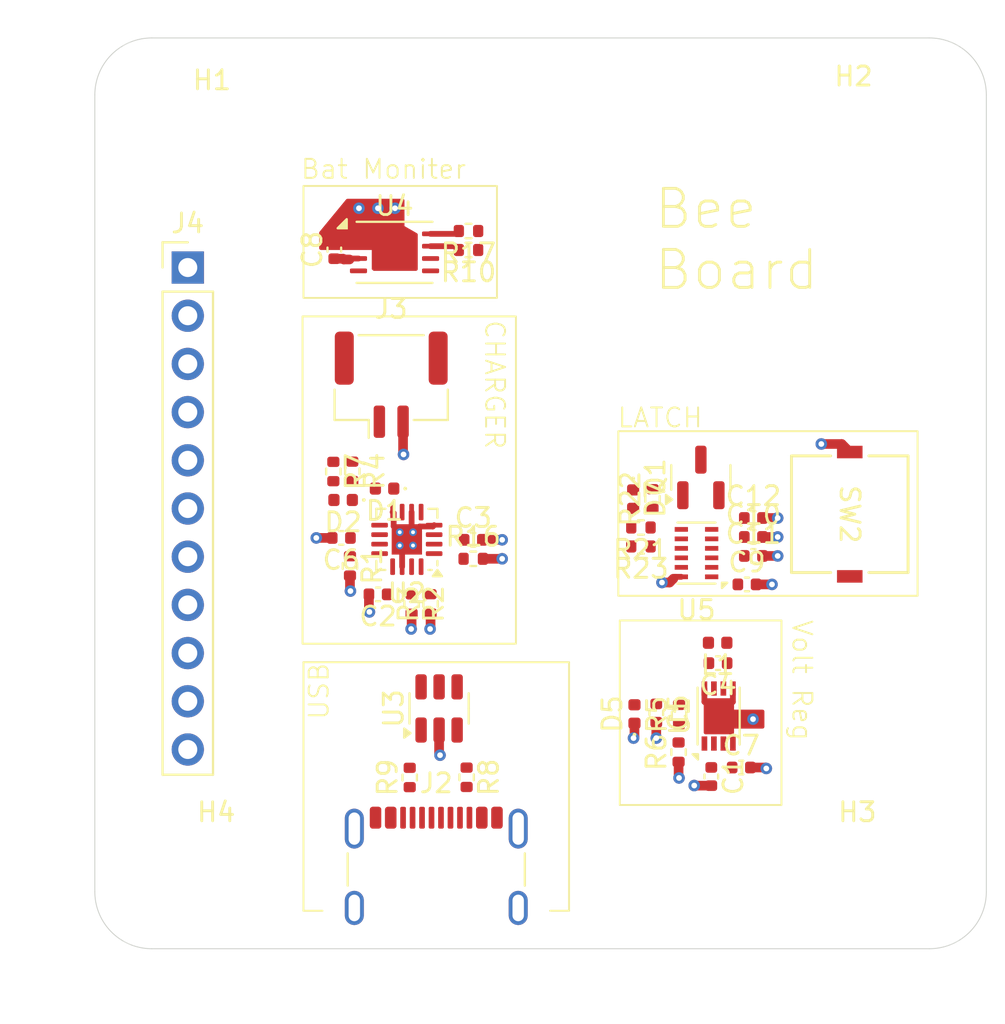
<source format=kicad_pcb>
(kicad_pcb (version 20240108) (generator "pcbnew") (generator_version "8.0")
  (layers (0 "F.Cu" signal) (1 "In1.Cu" power) (2 "In2.Cu" power) (31 "B.Cu" signal) (34 "B.Paste" user) (35 "F.Paste" user) (36 "B.SilkS" user "B.Silkscreen") (37 "F.SilkS" user "F.Silkscreen") (38 "B.Mask" user) (39 "F.Mask" user) (44 "Edge.Cuts" user))
  (net 0 "")
  (net 1 "GND")
  (net 2 "Net-(U1-V_{CC})")
  (net 3 "VBUS")
  (net 4 "BAT+")
  (net 5 "Net-(U1-SW)")
  (net 6 "Net-(U1-BOOST)")
  (net 7 "+3v3")
  (net 8 "PWR PTH")
  (net 9 "PWR")
  (net 10 "Net-(D1-K)")
  (net 11 "Net-(D1-A)")
  (net 12 "Net-(D2-A)")
  (net 13 "Net-(D2-K)")
  (net 14 "LATCH")
  (net 15 "BAT_SCL")
  (net 16 "USB_D+")
  (net 17 "USB_D-")
  (net 18 "BAT_ALERT")
  (net 19 "BAT_SDA")
  (net 20 "Net-(J2-D+-PadA6)")
  (net 22 "Net-(J2-CC1)")
  (net 24 "Net-(J2-D--PadA7)")
  (net 25 "Net-(J2-CC2)")
  (net 26 "Net-(U2-ILIM)")
  (net 27 "Net-(U2-ITERM)")
  (net 28 "Net-(U2-ISET)")
  (net 29 "Net-(U1-Vfb)")
  (net 30 "Net-(U2-TS)")
  (net 33 "Net-(U5-C_SRD)")
  (net 34 "Net-(U5-Vref)")
  (net 35 "Net-(U5-~{PB})")
  (net 36 "Net-(D7-K)")
  (net 37 "PWR_DOWN")
  (net 38 "RST")
  (net 39 "Net-(Q1-G)")
  (net 40 "Net-(U5-~{PB}_OUT)")
  (net 41 "Net-(U5-~{VCC}_LO)")
  (footprint "Resistor_SMD:R_0402_1005Metric" (layer "F.Cu") (at 101.8 81.66 90)
    (property "Reference" "R5" (at 0 -1.17 90) (layer "F.SilkS"))
    (property "Value" "31k6")
    (fp_line (start -0.153641 -0.38) (end 0.153641 -0.38) (stroke (width 0.12)) (layer "F.SilkS"))
    (fp_line (start -0.153641 0.38) (end 0.153641 0.38) (stroke (width 0.12)) (layer "F.SilkS"))
    (pad "1" smd roundrect (at -0.51 0 90) (size 0.54 0.64) (layers "F.Cu" "F.Paste" "F.Mask") (net 29 "Net-(U1-Vfb)"))
    (pad "2" smd roundrect (at 0.51 0 90) (size 0.54 0.64) (layers "F.Cu" "F.Paste" "F.Mask") (net 7 "+3v3"))
  )
  (footprint "Package_DFN_QFN:TDFN-12_2x3mm_P0.5mm" (layer "F.Cu") (at 102.72 73.15 180)
    (property "Reference" "U5" (at 0 -3 360) (layer "F.SilkS"))
    (property "Value" "STM6600DQ25DM6F")
    (fp_line (start 1 1.61) (end -1 1.61) (stroke (width 0.12)) (layer "F.SilkS"))
    (fp_line (start 1 -1.61) (end -1 -1.61) (stroke (width 0.12)) (layer "F.SilkS"))
    (fp_poly (pts (xy -1.34 -1.56) (xy -1.62 -1.56) (xy -1.34 -1.84) (xy -1.34 -1.56)) (stroke (width 0.12)) (fill solid) (layer "F.SilkS"))
    (pad "1" smd rect (at -0.8 -1.25 180) (size 0.7 0.25) (layers "F.Cu" "F.Paste" "F.Mask") (net 8 "PWR PTH"))
    (pad "2" smd rect (at -0.8 -0.75 180) (size 0.7 0.25) (layers "F.Cu" "F.Paste" "F.Mask") (net 35 "Net-(U5-~{PB})"))
    (pad "3" smd rect (at -0.8 -0.25 180) (size 0.7 0.25) (layers "F.Cu" "F.Paste" "F.Mask") (net 34 "Net-(U5-Vref)"))
    (pad "4" smd rect (at -0.8 0.25 180) (size 0.7 0.25) (layers "F.Cu" "F.Paste" "F.Mask") (net 14 "LATCH"))
    (pad "5" smd rect (at -0.8 0.75 180) (size 0.7 0.25) (layers "F.Cu" "F.Paste" "F.Mask") (net 33 "Net-(U5-C_SRD)"))
    (pad "6" smd rect (at -0.8 1.25 180) (size 0.7 0.25) (layers "F.Cu" "F.Paste" "F.Mask") (net 35 "Net-(U5-~{PB})"))
    (pad "7" smd rect (at 0.8 1.25 180) (size 0.7 0.25) (layers "F.Cu" "F.Paste" "F.Mask") (net 41 "Net-(U5-~{VCC}_LO)"))
    (pad "8" smd rect (at 0.8 0.75 180) (size 0.7 0.25) (layers "F.Cu" "F.Paste" "F.Mask") (net 40 "Net-(U5-~{PB}_OUT)"))
    (pad "9" smd rect (at 0.8 0.25 180) (size 0.7 0.25) (layers "F.Cu" "F.Paste" "F.Mask") (net 39 "Net-(Q1-G)"))
    (pad "10" smd rect (at 0.8 -0.25 180) (size 0.7 0.25) (layers "F.Cu" "F.Paste" "F.Mask") (net 38 "RST"))
    (pad "11" smd rect (at 0.8 -0.75 180) (size 0.7 0.25) (layers "F.Cu" "F.Paste" "F.Mask") (net 37 "PWR_DOWN"))
    (pad "12" smd rect (at 0.8 -1.25 180) (size 0.7 0.25) (layers "F.Cu" "F.Paste" "F.Mask") (net 1 "GND"))
  )
  (footprint "Resistor_SMD:R_0402_1005Metric" (layer "F.Cu") (at 88.7 75.825 90)
    (property "Reference" "R3" (at 0 -1.17 90) (layer "F.SilkS"))
    (property "Value" "1k13")
    (fp_line (start -0.153641 -0.38) (end 0.153641 -0.38) (stroke (width 0.12)) (layer "F.SilkS"))
    (fp_line (start -0.153641 0.38) (end 0.153641 0.38) (stroke (width 0.12)) (layer "F.SilkS"))
    (pad "1" smd roundrect (at -0.51 0 90) (size 0.54 0.64) (layers "F.Cu" "F.Paste" "F.Mask") (net 1 "GND"))
    (pad "2" smd roundrect (at 0.51 0 90) (size 0.54 0.64) (layers "F.Cu" "F.Paste" "F.Mask") (net 28 "Net-(U2-ISET)"))
  )
  (footprint "MountingHole:MountingHole_2.1mm" (layer "F.Cu") (at 77.4 90)
    (property "Reference" "H4" (at 0 -3.2 0) (layer "F.SilkS"))
    (property "Value" "MountingHole")
    (pad "" np_thru_hole circle (at 0 0) (size 2.1 2.1) (drill 2.1) (layers "*.Cu" "*.Mask"))
  )
  (footprint "Resistor_SMD:R_0402_1005Metric" (layer "F.Cu") (at 84.575 68.84 -90)
    (property "Reference" "R4" (at 0 -1.17 90) (layer "F.SilkS"))
    (property "Value" "1k5")
    (fp_line (start -0.153641 0.38) (end 0.153641 0.38) (stroke (width 0.12)) (layer "F.SilkS"))
    (fp_line (start -0.153641 -0.38) (end 0.153641 -0.38) (stroke (width 0.12)) (layer "F.SilkS"))
    (pad "1" smd roundrect (at -0.51 0 270) (size 0.54 0.64) (layers "F.Cu" "F.Paste" "F.Mask") (net 8 "PWR PTH"))
    (pad "2" smd roundrect (at 0.51 0 270) (size 0.54 0.64) (layers "F.Cu" "F.Paste" "F.Mask") (net 11 "Net-(D1-A)"))
  )
  (footprint "LED_SMD:LED_0402_1005Metric" (layer "F.Cu") (at 84.09 70.35 180)
    (property "Reference" "D2" (at 0 -1.17 360) (layer "F.SilkS"))
    (property "Value" "LED")
    (fp_circle (center -1.09 0) (end -1.04 0) (stroke (width 0.1)) (fill none) (layer "F.SilkS"))
    (pad "1" smd roundrect (at -0.485 0 180) (size 0.59 0.64) (layers "F.Cu" "F.Paste" "F.Mask") (net 13 "Net-(D2-K)"))
    (pad "2" smd roundrect (at 0.485 0 180) (size 0.59 0.64) (layers "F.Cu" "F.Paste" "F.Mask") (net 12 "Net-(D2-A)"))
  )
  (footprint "LED_SMD:LED_0402_1005Metric" (layer "F.Cu") (at 99.38 70.305 -90)
    (property "Reference" "D7" (at 0 -1.17 90) (layer "F.SilkS"))
    (property "Value" "LED")
    (fp_circle (center -1.09 0) (end -1.04 0) (stroke (width 0.1)) (fill none) (layer "F.SilkS"))
    (pad "1" smd roundrect (at -0.485 0 270) (size 0.59 0.64) (layers "F.Cu" "F.Paste" "F.Mask") (net 36 "Net-(D7-K)"))
    (pad "2" smd roundrect (at 0.485 0 270) (size 0.59 0.64) (layers "F.Cu" "F.Paste" "F.Mask") (net 8 "PWR PTH"))
  )
  (footprint "Resistor_SMD:R_0402_1005Metric" (layer "F.Cu") (at 87.6 84.975 90)
    (property "Reference" "R9" (at 0 -1.17 90) (layer "F.SilkS"))
    (property "Value" "5k1")
    (fp_line (start -0.153641 -0.38) (end 0.153641 -0.38) (stroke (width 0.12)) (layer "F.SilkS"))
    (fp_line (start -0.153641 0.38) (end 0.153641 0.38) (stroke (width 0.12)) (layer "F.SilkS"))
    (pad "1" smd roundrect (at -0.51 0 90) (size 0.54 0.64) (layers "F.Cu" "F.Paste" "F.Mask") (net 22 "Net-(J2-CC1)"))
    (pad "2" smd roundrect (at 0.51 0 90) (size 0.54 0.64) (layers "F.Cu" "F.Paste" "F.Mask") (net 1 "GND"))
  )
  (footprint "Package_TO_SOT_SMD:SOT-23" (layer "F.Cu") (at 102.95 69.1625 90)
    (property "Reference" "Q1" (at 0 -2.4 90) (layer "F.SilkS"))
    (property "Value" "AO3413")
    (fp_line (start 0 -1.56) (end 0.65 -1.56) (stroke (width 0.12)) (layer "F.SilkS"))
    (fp_line (start 0 -1.56) (end -0.65 -1.56) (stroke (width 0.12)) (layer "F.SilkS"))
    (fp_line (start 0 1.56) (end 0.65 1.56) (stroke (width 0.12)) (layer "F.SilkS"))
    (fp_line (start 0 1.56) (end -0.65 1.56) (stroke (width 0.12)) (layer "F.SilkS"))
    (fp_poly (pts (xy -1.1625 -1.51) (xy -1.4025 -1.84) (xy -0.9225 -1.84) (xy -1.1625 -1.51)) (stroke (width 0.12)) (fill solid) (layer "F.SilkS"))
    (pad "1" smd roundrect (at -0.9375 -0.95 90) (size 1.475 0.6) (layers "F.Cu" "F.Paste" "F.Mask") (net 39 "Net-(Q1-G)"))
    (pad "2" smd roundrect (at -0.9375 0.95 90) (size 1.475 0.6) (layers "F.Cu" "F.Paste" "F.Mask") (net 8 "PWR PTH"))
    (pad "3" smd roundrect (at 0.9375 0 90) (size 1.475 0.6) (layers "F.Cu" "F.Paste" "F.Mask") (net 9 "PWR"))
  )
  (footprint "MountingHole:MountingHole_2.1mm" (layer "F.Cu") (at 77.175 51.425)
    (property "Reference" "H1" (at 0 -3.2 0) (layer "F.SilkS"))
    (property "Value" "MountingHole")
    (pad "" np_thru_hole circle (at 0 0) (size 2.1 2.1) (drill 2.1) (layers "*.Cu" "*.Mask"))
  )
  (footprint "Capacitor_SMD:C_0402_1005Metric" (layer "F.Cu") (at 85.93 75.325 180)
    (property "Reference" "C2" (at 0 -1.16 360) (layer "F.SilkS"))
    (property "Value" "4u7")
    (fp_line (start -0.107836 0.36) (end 0.107836 0.36) (stroke (width 0.12)) (layer "F.SilkS"))
    (fp_line (start -0.107836 -0.36) (end 0.107836 -0.36) (stroke (width 0.12)) (layer "F.SilkS"))
    (pad "1" smd roundrect (at -0.48 0 180) (size 0.56 0.62) (layers "F.Cu" "F.Paste" "F.Mask") (net 3 "VBUS"))
    (pad "2" smd roundrect (at 0.48 0 180) (size 0.56 0.62) (layers "F.Cu" "F.Paste" "F.Mask") (net 1 "GND"))
  )
  (footprint "Resistor_SMD:R_0402_1005Metric" (layer "F.Cu") (at 101.775 83.64 90)
    (property "Reference" "R6" (at 0 -1.17 90) (layer "F.SilkS"))
    (property "Value" "10k")
    (fp_line (start -0.153641 -0.38) (end 0.153641 -0.38) (stroke (width 0.12)) (layer "F.SilkS"))
    (fp_line (start -0.153641 0.38) (end 0.153641 0.38) (stroke (width 0.12)) (layer "F.SilkS"))
    (pad "1" smd roundrect (at -0.51 0 90) (size 0.54 0.64) (layers "F.Cu" "F.Paste" "F.Mask") (net 1 "GND"))
    (pad "2" smd roundrect (at 0.51 0 90) (size 0.54 0.64) (layers "F.Cu" "F.Paste" "F.Mask") (net 29 "Net-(U1-Vfb)"))
  )
  (footprint "Capacitor_SMD:C_0402_1005Metric" (layer "F.Cu") (at 105.38 74.8)
    (property "Reference" "C9" (at 0 -1.16 360) (layer "F.SilkS"))
    (property "Value" "100n")
    (fp_line (start -0.107836 -0.36) (end 0.107836 -0.36) (stroke (width 0.12)) (layer "F.SilkS"))
    (fp_line (start -0.107836 0.36) (end 0.107836 0.36) (stroke (width 0.12)) (layer "F.SilkS"))
    (pad "1" smd roundrect (at -0.48 0) (size 0.56 0.62) (layers "F.Cu" "F.Paste" "F.Mask") (net 8 "PWR PTH"))
    (pad "2" smd roundrect (at 0.48 0) (size 0.56 0.62) (layers "F.Cu" "F.Paste" "F.Mask") (net 1 "GND"))
  )
  (footprint "Package_DFN_QFN:DFN-8-1EP_3x2mm_P0.5mm_EP1.75x1.45mm" (layer "F.Cu") (at 103.8875 81.7375 90)
    (property "Reference" "U1" (at 0 -2.05 90) (layer "F.SilkS"))
    (property "Value" "MCP16311x-xMNY")
    (fp_line (start -1.5 -1.11) (end 1.5 -1.11) (stroke (width 0.12)) (layer "F.SilkS"))
    (fp_line (start -1.5 1.11) (end 1.5 1.11) (stroke (width 0.12)) (layer "F.SilkS"))
    (fp_poly (pts (xy -2.01 -1.09) (xy -2.29 -1.09) (xy -2.01 -1.37) (xy -2.01 -1.09)) (stroke (width 0.12)) (fill solid) (layer "F.SilkS"))
    (pad "1" smd rect (at -1.45 -0.75 90) (size 0.75 0.3) (layers "F.Cu" "F.Paste" "F.Mask") (net 29 "Net-(U1-Vfb)"))
    (pad "2" smd rect (at -1.45 -0.25 90) (size 0.75 0.3) (layers "F.Cu" "F.Paste" "F.Mask") (net 2 "Net-(U1-V_{CC})"))
    (pad "3" smd rect (at -1.45 0.25 90) (size 0.75 0.3) (layers "F.Cu" "F.Paste" "F.Mask") (net 9 "PWR"))
    (pad "4" smd rect (at -1.45 0.75 90) (size 0.75 0.3) (layers "F.Cu" "F.Paste" "F.Mask") (net 9 "PWR"))
    (pad "5" smd rect (at 1.45 0.75 90) (size 0.75 0.3) (layers "F.Cu" "F.Paste" "F.Mask") (net 1 "GND"))
    (pad "6" smd rect (at 1.45 0.25 90) (size 0.75 0.3) (layers "F.Cu" "F.Paste" "F.Mask") (net 5 "Net-(U1-SW)"))
    (pad "7" smd rect (at 1.45 -0.25 90) (size 0.75 0.3) (layers "F.Cu" "F.Paste" "F.Mask") (net 6 "Net-(U1-BOOST)"))
    (pad "8" smd rect (at 1.45 -0.75 90) (size 0.75 0.3) (layers "F.Cu" "F.Paste" "F.Mask") (net 1 "GND"))
    (pad "9" smd rect (at 0 0 90) (size 1.75 1.45) (layers "F.Cu" "F.Mask") (net 1 "GND"))
  )
  (footprint "Resistor_SMD:R_0402_1005Metric" (layer "F.Cu") (at 90.7 57.175 180)
    (property "Reference" "R10" (at 0 -1.17 360) (layer "F.SilkS"))
    (property "Value" "10k")
    (fp_line (start -0.153641 0.38) (end 0.153641 0.38) (stroke (width 0.12)) (layer "F.SilkS"))
    (fp_line (start -0.153641 -0.38) (end 0.153641 -0.38) (stroke (width 0.12)) (layer "F.SilkS"))
    (pad "1" smd roundrect (at -0.51 0 180) (size 0.54 0.64) (layers "F.Cu" "F.Paste" "F.Mask") (net 9 "PWR"))
    (pad "2" smd roundrect (at 0.51 0 180) (size 0.54 0.64) (layers "F.Cu" "F.Paste" "F.Mask") (net 19 "BAT_SDA"))
  )
  (footprint "Resistor_SMD:R_0402_1005Metric" (layer "F.Cu") (at 100.4 70.29 90)
    (property "Reference" "R22" (at 0 -1.17 90) (layer "F.SilkS"))
    (property "Value" "560")
    (fp_line (start -0.153641 -0.38) (end 0.153641 -0.38) (stroke (width 0.12)) (layer "F.SilkS"))
    (fp_line (start -0.153641 0.38) (end 0.153641 0.38) (stroke (width 0.12)) (layer "F.SilkS"))
    (pad "1" smd roundrect (at -0.51 0 90) (size 0.54 0.64) (layers "F.Cu" "F.Paste" "F.Mask") (net 41 "Net-(U5-~{VCC}_LO)"))
    (pad "2" smd roundrect (at 0.51 0 90) (size 0.54 0.64) (layers "F.Cu" "F.Paste" "F.Mask") (net 36 "Net-(D7-K)"))
  )
  (footprint "Package_DFN_QFN:WDFN-8-1EP_4x3mm_P0.65mm_EP2.4x1.8mm" (layer "F.Cu") (at 86.8 57.3)
    (property "Reference" "U4" (at 0 -2.45 360) (layer "F.SilkS"))
    (property "Value" "LC709203FQH-01TWG")
    (fp_line (start -2 -1.61) (end 2 -1.61) (stroke (width 0.12)) (layer "F.SilkS"))
    (fp_line (start -2 1.61) (end 2 1.61) (stroke (width 0.12)) (layer "F.SilkS"))
    (fp_poly (pts (xy -2.52 -1.27) (xy -3 -1.27) (xy -2.52 -1.75) (xy -2.52 -1.27)) (stroke (width 0.12)) (fill solid) (layer "F.SilkS"))
    (pad "1" smd roundrect (at -1.9 -0.975) (size 0.9 0.25) (layers "F.Cu" "F.Paste" "F.Mask") (net 1 "GND"))
    (pad "2" smd roundrect (at -1.9 -0.325) (size 0.9 0.25) (layers "F.Cu" "F.Paste" "F.Mask") (net 1 "GND"))
    (pad "3" smd roundrect (at -1.9 0.325) (size 0.9 0.25) (layers "F.Cu" "F.Paste" "F.Mask") (net 4 "BAT+"))
    (pad "4" smd roundrect (at -1.9 0.975) (size 0.9 0.25) (layers "F.Cu" "F.Paste" "F.Mask") (net 18 "BAT_ALERT"))
    (pad "5" smd roundrect (at 1.9 0.975) (size 0.9 0.25) (layers "F.Cu" "F.Paste" "F.Mask"))
    (pad "6" smd roundrect (at 1.9 0.325) (size 0.9 0.25) (layers "F.Cu" "F.Paste" "F.Mask"))
    (pad "7" smd roundrect (at 1.9 -0.325) (size 0.9 0.25) (layers "F.Cu" "F.Paste" "F.Mask") (net 19 "BAT_SDA"))
    (pad "8" smd roundrect (at 1.9 -0.975) (size 0.9 0.25) (layers "F.Cu" "F.Paste" "F.Mask") (net 15 "BAT_SCL"))
    (pad "9" smd rect (at 0 0) (size 2.4 1.8) (property pad_prop_heatsink) (layers "F.Cu" "F.Mask") (net 1 "GND"))
  )
  (footprint "Capacitor_SMD:C_0402_1005Metric" (layer "F.Cu") (at 103.5 84.925 -90)
    (property "Reference" "C1" (at 0 -1.16 90) (layer "F.SilkS"))
    (property "Value" "1u")
    (fp_line (start -0.107836 0.36) (end 0.107836 0.36) (stroke (width 0.12)) (layer "F.SilkS"))
    (fp_line (start -0.107836 -0.36) (end 0.107836 -0.36) (stroke (width 0.12)) (layer "F.SilkS"))
    (pad "1" smd roundrect (at -0.48 0 270) (size 0.56 0.62) (layers "F.Cu" "F.Paste" "F.Mask") (net 2 "Net-(U1-V_{CC})"))
    (pad "2" smd roundrect (at 0.48 0 270) (size 0.56 0.62) (layers "F.Cu" "F.Paste" "F.Mask") (net 1 "GND"))
  )
  (footprint "Capacitor_SMD:C_0402_1005Metric" (layer "F.Cu") (at 105.08 84.45)
    (property "Reference" "C7" (at 0 -1.16 0) (layer "F.SilkS"))
    (property "Value" "20u")
    (fp_line (start -0.107836 -0.36) (end 0.107836 -0.36) (stroke (width 0.12)) (layer "F.SilkS"))
    (fp_line (start -0.107836 0.36) (end 0.107836 0.36) (stroke (width 0.12)) (layer "F.SilkS"))
    (pad "1" smd roundrect (at -0.48 0) (size 0.56 0.62) (layers "F.Cu" "F.Paste" "F.Mask") (net 9 "PWR"))
    (pad "2" smd roundrect (at 0.48 0) (size 0.56 0.62) (layers "F.Cu" "F.Paste" "F.Mask") (net 1 "GND"))
  )
  (footprint "Resistor_SMD:R_0402_1005Metric" (layer "F.Cu") (at 99.79 71.8 180)
    (property "Reference" "R21" (at 0 -1.17 360) (layer "F.SilkS"))
    (property "Value" "10k")
    (fp_line (start -0.153641 0.38) (end 0.153641 0.38) (stroke (width 0.12)) (layer "F.SilkS"))
    (fp_line (start -0.153641 -0.38) (end 0.153641 -0.38) (stroke (width 0.12)) (layer "F.SilkS"))
    (pad "1" smd roundrect (at -0.51 0 180) (size 0.54 0.64) (layers "F.Cu" "F.Paste" "F.Mask") (net 40 "Net-(U5-~{PB}_OUT)"))
    (pad "2" smd roundrect (at 0.51 0 180) (size 0.54 0.64) (layers "F.Cu" "F.Paste" "F.Mask") (net 8 "PWR PTH"))
  )
  (footprint "Connector_JST:JST_GH_BM02B-GHS-TBT_1x02-1MP_P1.25mm_Vertical" (layer "F.Cu") (at 86.625 64.275)
    (property "Reference" "J3" (at 0 -4 360) (layer "F.SilkS"))
    (property "Value" "Conn_01x02")
    (fp_line (start -2.985 0.26) (end -2.985 1.86) (stroke (width 0.12)) (layer "F.SilkS"))
    (fp_line (start -2.985 1.86) (end -1.185 1.86) (stroke (width 0.12)) (layer "F.SilkS"))
    (fp_line (start -1.715 -2.61) (end 1.715 -2.61) (stroke (width 0.12)) (layer "F.SilkS"))
    (fp_line (start -1.185 1.86) (end -1.185 2.8) (stroke (width 0.12)) (layer "F.SilkS"))
    (fp_line (start 2.985 0.26) (end 2.985 1.86) (stroke (width 0.12)) (layer "F.SilkS"))
    (fp_line (start 2.985 1.86) (end 1.185 1.86) (stroke (width 0.12)) (layer "F.SilkS"))
    (pad "1" smd roundrect (at -0.625 1.95) (size 0.6 1.7) (layers "F.Cu" "F.Paste" "F.Mask") (net 4 "BAT+"))
    (pad "2" smd roundrect (at 0.625 1.95) (size 0.6 1.7) (layers "F.Cu" "F.Paste" "F.Mask") (net 1 "GND"))
    (pad "MP" smd roundrect (at -2.475 -1.4) (size 1 2.8) (layers "F.Cu" "F.Paste" "F.Mask"))
    (pad "MP" smd roundrect (at 2.475 -1.4) (size 1 2.8) (layers "F.Cu" "F.Paste" "F.Mask"))
  )
  (footprint "Resistor_SMD:R_0402_1005Metric" (layer "F.Cu") (at 90.95 73.45)
    (property "Reference" "R16" (at 0 -1.17 360) (layer "F.SilkS"))
    (property "Value" "10k")
    (fp_line (start -0.153641 -0.38) (end 0.153641 -0.38) (stroke (width 0.12)) (layer "F.SilkS"))
    (fp_line (start -0.153641 0.38) (end 0.153641 0.38) (stroke (width 0.12)) (layer "F.SilkS"))
    (pad "1" smd roundrect (at -0.51 0) (size 0.54 0.64) (layers "F.Cu" "F.Paste" "F.Mask") (net 30 "Net-(U2-TS)"))
    (pad "2" smd roundrect (at 0.51 0) (size 0.54 0.64) (layers "F.Cu" "F.Paste" "F.Mask") (net 1 "GND"))
  )
  (footprint "LED_SMD:LED_0402_1005Metric" (layer "F.Cu") (at 86.275 69.75 180)
    (property "Reference" "D1" (at 0 -1.17 360) (layer "F.SilkS"))
    (property "Value" "LED")
    (fp_circle (center -1.09 0) (end -1.04 0) (stroke (width 0.1)) (fill none) (layer "F.SilkS"))
    (pad "1" smd roundrect (at -0.485 0 180) (size 0.59 0.64) (layers "F.Cu" "F.Paste" "F.Mask") (net 10 "Net-(D1-K)"))
    (pad "2" smd roundrect (at 0.485 0 180) (size 0.59 0.64) (layers "F.Cu" "F.Paste" "F.Mask") (net 11 "Net-(D1-A)"))
  )
  (footprint "Capacitor_SMD:C_0402_1005Metric" (layer "F.Cu") (at 105.72 73.3)
    (property "Reference" "C11" (at 0 -1.16 360) (layer "F.SilkS"))
    (property "Value" "1u")
    (fp_line (start -0.107836 -0.36) (end 0.107836 -0.36) (stroke (width 0.12)) (layer "F.SilkS"))
    (fp_line (start -0.107836 0.36) (end 0.107836 0.36) (stroke (width 0.12)) (layer "F.SilkS"))
    (pad "1" smd roundrect (at -0.48 0) (size 0.56 0.62) (layers "F.Cu" "F.Paste" "F.Mask") (net 34 "Net-(U5-Vref)"))
    (pad "2" smd roundrect (at 0.48 0) (size 0.56 0.62) (layers "F.Cu" "F.Paste" "F.Mask") (net 1 "GND"))
  )
  (footprint "Resistor_SMD:R_0402_1005Metric" (layer "F.Cu") (at 99.79 72.8 180)
    (property "Reference" "R23" (at 0 -1.17 360) (layer "F.SilkS"))
    (property "Value" "10k")
    (fp_line (start -0.153641 0.38) (end 0.153641 0.38) (stroke (width 0.12)) (layer "F.SilkS"))
    (fp_line (start -0.153641 -0.38) (end 0.153641 -0.38) (stroke (width 0.12)) (layer "F.SilkS"))
    (pad "1" smd roundrect (at -0.51 0 180) (size 0.54 0.64) (layers "F.Cu" "F.Paste" "F.Mask") (net 39 "Net-(Q1-G)"))
    (pad "2" smd roundrect (at 0.51 0 180) (size 0.54 0.64) (layers "F.Cu" "F.Paste" "F.Mask") (net 8 "PWR PTH"))
  )
  (footprint "Connector_PinHeader_2.54mm:PinHeader_1x11_P2.54mm_Vertical" (layer "F.Cu") (at 75.9 58.1)
    (property "Reference" "J4" (at 0 -2.33 0) (layer "F.SilkS"))
    (property "Value" "Conn_01x11")
    (fp_line (start -1.33 -1.33) (end 0 -1.33) (stroke (width 0.12)) (layer "F.SilkS"))
    (fp_line (start -1.33 0) (end -1.33 -1.33) (stroke (width 0.12)) (layer "F.SilkS"))
    (fp_line (start -1.33 1.27) (end -1.33 26.73) (stroke (width 0.12)) (layer "F.SilkS"))
    (fp_line (start -1.33 1.27) (end 1.33 1.27) (stroke (width 0.12)) (layer "F.SilkS"))
    (fp_line (start -1.33 26.73) (end 1.33 26.73) (stroke (width 0.12)) (layer "F.SilkS"))
    (fp_line (start 1.33 1.27) (end 1.33 26.73) (stroke (width 0.12)) (layer "F.SilkS"))
    (pad "1" thru_hole rect (at 0 0) (size 1.7 1.7) (drill 1) (layers "*.Cu" "*.Mask") (net 7 "+3v3"))
    (pad "2" thru_hole oval (at 0 2.54) (size 1.7 1.7) (drill 1) (layers "*.Cu" "*.Mask") (net 18 "BAT_ALERT"))
    (pad "3" thru_hole oval (at 0 5.08) (size 1.7 1.7) (drill 1) (layers "*.Cu" "*.Mask") (net 19 "BAT_SDA"))
    (pad "4" thru_hole oval (at 0 7.62) (size 1.7 1.7) (drill 1) (layers "*.Cu" "*.Mask") (net 15 "BAT_SCL"))
    (pad "5" thru_hole oval (at 0 10.16) (size 1.7 1.7) (drill 1) (layers "*.Cu" "*.Mask") (net 17 "USB_D-"))
    (pad "6" thru_hole oval (at 0 12.7) (size 1.7 1.7) (drill 1) (layers "*.Cu" "*.Mask") (net 16 "USB_D+"))
    (pad "7" thru_hole oval (at 0 15.24) (size 1.7 1.7) (drill 1) (layers "*.Cu" "*.Mask") (net 3 "VBUS"))
    (pad "8" thru_hole oval (at 0 17.78) (size 1.7 1.7) (drill 1) (layers "*.Cu" "*.Mask") (net 14 "LATCH"))
    (pad "9" thru_hole oval (at 0 20.32) (size 1.7 1.7) (drill 1) (layers "*.Cu" "*.Mask") (net 37 "PWR_DOWN"))
    (pad "10" thru_hole oval (at 0 22.86) (size 1.7 1.7) (drill 1) (layers "*.Cu" "*.Mask") (net 38 "RST"))
    (pad "11" thru_hole oval (at 0 25.4) (size 1.7 1.7) (drill 1) (layers "*.Cu" "*.Mask") (net 1 "GND"))
  )
  (footprint "Capacitor_SMD:C_0402_1005Metric" (layer "F.Cu") (at 103.855 78.95 180)
    (property "Reference" "C4" (at 0 -1.16 360) (layer "F.SilkS"))
    (property "Value" "100n")
    (fp_line (start -0.107836 0.36) (end 0.107836 0.36) (stroke (width 0.12)) (layer "F.SilkS"))
    (fp_line (start -0.107836 -0.36) (end 0.107836 -0.36) (stroke (width 0.12)) (layer "F.SilkS"))
    (pad "1" smd roundrect (at -0.48 0 180) (size 0.56 0.62) (layers "F.Cu" "F.Paste" "F.Mask") (net 5 "Net-(U1-SW)"))
    (pad "2" smd roundrect (at 0.48 0 180) (size 0.56 0.62) (layers "F.Cu" "F.Paste" "F.Mask") (net 6 "Net-(U1-BOOST)"))
  )
  (footprint "Capacitor_SMD:C_0402_1005Metric" (layer "F.Cu") (at 83.995 72.35 180)
    (property "Reference" "C6" (at 0 -1.16 360) (layer "F.SilkS"))
    (property "Value" "4u7")
    (fp_line (start -0.107836 0.36) (end 0.107836 0.36) (stroke (width 0.12)) (layer "F.SilkS"))
    (fp_line (start -0.107836 -0.36) (end 0.107836 -0.36) (stroke (width 0.12)) (layer "F.SilkS"))
    (pad "1" smd roundrect (at -0.48 0 180) (size 0.56 0.62) (layers "F.Cu" "F.Paste" "F.Mask") (net 8 "PWR PTH"))
    (pad "2" smd roundrect (at 0.48 0 180) (size 0.56 0.62) (layers "F.Cu" "F.Paste" "F.Mask") (net 1 "GND"))
  )
  (footprint "Package_DFN_QFN:VQFN-16-1EP_3x3mm_P0.5mm_EP1.6x1.6mm" (layer "F.Cu") (at 87.45 72.4275 180)
    (property "Reference" "U2" (at 0 -2.83 360) (layer "F.SilkS"))
    (property "Value" "BQ24074RGT")
    (fp_line (start 1.61 1.61) (end 1.61 1.135) (stroke (width 0.12)) (layer "F.SilkS"))
    (fp_line (start 1.61 -1.61) (end 1.61 -1.135) (stroke (width 0.12)) (layer "F.SilkS"))
    (fp_line (start 1.135 1.61) (end 1.61 1.61) (stroke (width 0.12)) (layer "F.SilkS"))
    (fp_line (start 1.135 -1.61) (end 1.61 -1.61) (stroke (width 0.12)) (layer "F.SilkS"))
    (fp_line (start -1.135 1.61) (end -1.61 1.61) (stroke (width 0.12)) (layer "F.SilkS"))
    (fp_line (start -1.135 -1.61) (end -1.31 -1.61) (stroke (width 0.12)) (layer "F.SilkS"))
    (fp_line (start -1.61 1.61) (end -1.61 1.135) (stroke (width 0.12)) (layer "F.SilkS"))
    (fp_line (start -1.61 -1.135) (end -1.61 -1.37) (stroke (width 0.12)) (layer "F.SilkS"))
    (fp_poly (pts (xy -1.61 -1.61) (xy -1.85 -1.94) (xy -1.37 -1.94) (xy -1.61 -1.61)) (stroke (width 0.12)) (fill solid) (layer "F.SilkS"))
    (pad "1" smd roundrect (at -1.4375 -0.75 180) (size 0.875 0.25) (layers "F.Cu" "F.Paste" "F.Mask") (net 30 "Net-(U2-TS)"))
    (pad "2" smd roundrect (at -1.4375 -0.25 180) (size 0.875 0.25) (layers "F.Cu" "F.Paste" "F.Mask") (net 4 "BAT+"))
    (pad "3" smd roundrect (at -1.4375 0.25 180) (size 0.875 0.25) (layers "F.Cu" "F.Paste" "F.Mask") (net 4 "BAT+"))
    (pad "4" smd roundrect (at -1.4375 0.75 180) (size 0.875 0.25) (layers "F.Cu" "F.Paste" "F.Mask") (net 1 "GND"))
    (pad "5" smd roundrect (at -0.75 1.4375 180) (size 0.25 0.875) (layers "F.Cu" "F.Paste" "F.Mask") (net 8 "PWR PTH"))
    (pad "6" smd roundrect (at -0.25 1.4375 180) (size 0.25 0.875) (layers "F.Cu" "F.Paste" "F.Mask") (net 1 "GND"))
    (pad "7" smd roundrect (at 0.25 1.4375 180) (size 0.25 0.875) (layers "F.Cu" "F.Paste" "F.Mask") (net 10 "Net-(D1-K)"))
    (pad "8" smd roundrect (at 0.75 1.4375 180) (size 0.25 0.875) (layers "F.Cu" "F.Paste" "F.Mask") (net 1 "GND"))
    (pad "9" smd roundrect (at 1.4375 0.75 180) (size 0.875 0.25) (layers "F.Cu" "F.Paste" "F.Mask") (net 13 "Net-(D2-K)"))
    (pad "10" smd roundrect (at 1.4375 0.25 180) (size 0.875 0.25) (layers "F.Cu" "F.Paste" "F.Mask") (net 8 "PWR PTH"))
    (pad "11" smd roundrect (at 1.4375 -0.25 180) (size 0.875 0.25) (layers "F.Cu" "F.Paste" "F.Mask") (net 8 "PWR PTH"))
    (pad "12" smd roundrect (at 1.4375 -0.75 180) (size 0.875 0.25) (layers "F.Cu" "F.Paste" "F.Mask") (net 26 "Net-(U2-ILIM)"))
    (pad "13" smd roundrect (at 0.75 -1.4375 180) (size 0.25 0.875) (layers "F.Cu" "F.Paste" "F.Mask") (net 3 "VBUS"))
    (pad "14" smd roundrect (at 0.25 -1.4375 180) (size 0.25 0.875) (layers "F.Cu" "F.Paste" "F.Mask") (net 1 "GND"))
    (pad "15" smd roundrect (at -0.25 -1.4375 180) (size 0.25 0.875) (layers "F.Cu" "F.Paste" "F.Mask") (net 27 "Net-(U2-ITERM)"))
    (pad "16" smd roundrect (at -0.75 -1.4375 180) (size 0.25 0.875) (layers "F.Cu" "F.Paste" "F.Mask") (net 28 "Net-(U2-ISET)"))
    (pad "17" smd rect (at 0 0 180) (size 1.6 1.6) (property pad_prop_heatsink) (layers "F.Cu" "F.Mask") (net 1 "GND"))
  )
  (footprint "LED_SMD:LED_0402_1005Metric" (layer "F.Cu") (at 99.45 81.63 90)
    (property "Reference" "D5" (at 0 -1.17 90) (layer "F.SilkS"))
    (property "Value" "LED")
    (fp_circle (center -1.09 0) (end -1.04 0) (stroke (width 0.1)) (fill none) (layer "F.SilkS"))
    (pad "1" smd roundrect (at -0.485 0 90) (size 0.59 0.64) (layers "F.Cu" "F.Paste" "F.Mask") (net 1 "GND"))
    (pad "2" smd roundrect (at 0.485 0 90) (size 0.59 0.64) (layers "F.Cu" "F.Paste" "F.Mask") (net 7 "+3v3"))
  )
  (footprint "Capacitor_SMD:C_0402_1005Metric" (layer "F.Cu") (at 90.95 72.45)
    (property "Reference" "C3" (at 0 -1.16 360) (layer "F.SilkS"))
    (property "Value" "4u7")
    (fp_line (start -0.107836 -0.36) (end 0.107836 -0.36) (stroke (width 0.12)) (layer "F.SilkS"))
    (fp_line (start -0.107836 0.36) (end 0.107836 0.36) (stroke (width 0.12)) (layer "F.SilkS"))
    (pad "1" smd roundrect (at -0.48 0) (size 0.56 0.62) (layers "F.Cu" "F.Paste" "F.Mask") (net 4 "BAT+"))
    (pad "2" smd roundrect (at 0.48 0) (size 0.56 0.62) (layers "F.Cu" "F.Paste" "F.Mask") (net 1 "GND"))
  )
  (footprint "Connector_USB:USB_C_Receptacle_GCT_USB4105-xx-A_16P_TopMnt_Horizontal" (layer "F.Cu") (at 89 90.775)
    (property "Reference" "J2" (at 0 -5.5 0) (layer "F.SilkS"))
    (property "Value" "USB_C_Receptacle_USB2.0_16P")
    (fp_line (start -4.67 -0.1) (end -4.67 -1.8) (stroke (width 0.12)) (layer "F.SilkS"))
    (fp_line (start 4.67 -0.1) (end 4.67 -1.8) (stroke (width 0.12)) (layer "F.SilkS"))
    (pad "" np_thru_hole circle (at -2.89 -2.605) (size 0.65 0.65) (drill 0.65) (layers "F&B.Cu" "*.Mask"))
    (pad "" np_thru_hole circle (at 2.89 -2.605) (size 0.65 0.65) (drill 0.65) (layers "F&B.Cu" "*.Mask"))
    (pad "A1" smd roundrect (at -3.2 -3.68) (size 0.6 1.15) (layers "F.Cu" "F.Paste" "F.Mask") (net 1 "GND"))
    (pad "A4" smd roundrect (at -2.4 -3.68) (size 0.6 1.15) (layers "F.Cu" "F.Paste" "F.Mask") (net 3 "VBUS"))
    (pad "A5" smd roundrect (at -1.25 -3.68) (size 0.3 1.15) (layers "F.Cu" "F.Paste" "F.Mask") (net 22 "Net-(J2-CC1)"))
    (pad "A6" smd roundrect (at -0.25 -3.68) (size 0.3 1.15) (layers "F.Cu" "F.Paste" "F.Mask") (net 20 "Net-(J2-D+-PadA6)"))
    (pad "A7" smd roundrect (at 0.25 -3.68) (size 0.3 1.15) (layers "F.Cu" "F.Paste" "F.Mask") (net 24 "Net-(J2-D--PadA7)"))
    (pad "A8" smd roundrect (at 1.25 -3.68) (size 0.3 1.15) (layers "F.Cu" "F.Paste" "F.Mask"))
    (pad "A9" smd roundrect (at 2.4 -3.68) (size 0.6 1.15) (layers "F.Cu" "F.Paste" "F.Mask") (net 3 "VBUS"))
    (pad "A12" smd roundrect (at 3.2 -3.68) (size 0.6 1.15) (layers "F.Cu" "F.Paste" "F.Mask") (net 1 "GND"))
    (pad "B1" smd roundrect (at 3.2 -3.68) (size 0.6 1.15) (layers "F.Cu" "F.Paste" "F.Mask") (net 1 "GND"))
    (pad "B4" smd roundrect (at 2.4 -3.68) (size 0.6 1.15) (layers "F.Cu" "F.Paste" "F.Mask") (net 3 "VBUS"))
    (pad "B5" smd roundrect (at 1.75 -3.68) (size 0.3 1.15) (layers "F.Cu" "F.Paste" "F.Mask") (net 25 "Net-(J2-CC2)"))
    (pad "B6" smd roundrect (at 0.75 -3.68) (size 0.3 1.15) (layers "F.Cu" "F.Paste" "F.Mask") (net 20 "Net-(J2-D+-PadA6)"))
    (pad "B7" smd roundrect (at -0.75 -3.68) (size 0.3 1.15) (layers "F.Cu" "F.Paste" "F.Mask") (net 24 "Net-(J2-D--PadA7)"))
    (pad "B8" smd roundrect (at -1.75 -3.68) (size 0.3 1.15) (layers "F.Cu" "F.Paste" "F.Mask"))
    (pad "B9" smd roundrect (at -2.4 -3.68) (size 0.6 1.15) (layers "F.Cu" "F.Paste" "F.Mask") (net 3 "VBUS"))
    (pad "B12" smd roundrect (at -3.2 -3.68) (size 0.6 1.15) (layers "F.Cu" "F.Paste" "F.Mask") (net 1 "GND"))
    (pad "S1" thru_hole oval (at -4.32 -3.105) (size 1 2.1) (drill oval 0.6 1.7) (layers "*.Cu" "*.Mask" "F.Paste") (net 1 "GND"))
    (pad "S1" thru_hole oval (at -4.32 1.075) (size 1 1.8) (drill oval 0.6 1.4) (layers "*.Cu" "*.Mask" "F.Paste") (net 1 "GND"))
    (pad "S1" thru_hole oval (at 4.32 -3.105) (size 1 2.1) (drill oval 0.6 1.7) (layers "*.Cu" "*.Mask" "F.Paste") (net 1 "GND"))
    (pad "S1" thru_hole oval (at 4.32 1.075) (size 1 1.8) (drill oval 0.6 1.4) (layers "*.Cu" "*.Mask" "F.Paste") (net 1 "GND"))
  )
  (footprint "Inductor_SMD:L_0402_1005Metric" (layer "F.Cu") (at 103.835 77.875 180)
    (property "Reference" "L1" (at 0 -1.17 360) (layer "F.SilkS"))
    (property "Value" "15u")
    (pad "1" smd roundrect (at -0.485 0 180) (size 0.59 0.64) (layers "F.Cu" "F.Paste" "F.Mask") (net 5 "Net-(U1-SW)"))
    (pad "2" smd roundrect (at 0.485 0 180) (size 0.59 0.64) (layers "F.Cu" "F.Paste" "F.Mask") (net 7 "+3v3"))
  )
  (footprint "Capacitor_SMD:C_0402_1005Metric" (layer "F.Cu") (at 100.6 81.58 -90)
    (property "Reference" "C5" (at 0 -1.16 90) (layer "F.SilkS"))
    (property "Value" "20u")
    (fp_line (start -0.107836 0.36) (end 0.107836 0.36) (stroke (width 0.12)) (layer "F.SilkS"))
    (fp_line (start -0.107836 -0.36) (end 0.107836 -0.36) (stroke (width 0.12)) (layer "F.SilkS"))
    (pad "1" smd roundrect (at -0.48 0 270) (size 0.56 0.62) (layers "F.Cu" "F.Paste" "F.Mask") (net 7 "+3v3"))
    (pad "2" smd roundrect (at 0.48 0 270) (size 0.56 0.62) (layers "F.Cu" "F.Paste" "F.Mask") (net 1 "GND"))
  )
  (footprint "MountingHole:MountingHole_2.1mm" (layer "F.Cu") (at 111.2 90)
    (property "Reference" "H3" (at 0 -3.2 0) (layer "F.SilkS"))
    (property "Value" "MountingHole")
    (pad "" np_thru_hole circle (at 0 0) (size 2.1 2.1) (drill 2.1) (layers "*.Cu" "*.Mask"))
  )
  (footprint "Capacitor_SMD:C_0402_1005Metric" (layer "F.Cu") (at 83.625 57.155 90)
    (property "Reference" "C8" (at 0 -1.16 90) (layer "F.SilkS"))
    (property "Value" "1u")
    (fp_line (start -0.107836 -0.36) (end 0.107836 -0.36) (stroke (width 0.12)) (layer "F.SilkS"))
    (fp_line (start -0.107836 0.36) (end 0.107836 0.36) (stroke (width 0.12)) (layer "F.SilkS"))
    (pad "1" smd roundrect (at -0.48 0 90) (size 0.56 0.62) (layers "F.Cu" "F.Paste" "F.Mask") (net 4 "BAT+"))
    (pad "2" smd roundrect (at 0.48 0 90) (size 0.56 0.62) (layers "F.Cu" "F.Paste" "F.Mask") (net 1 "GND"))
  )
  (footprint "Resistor_SMD:R_0402_1005Metric" (layer "F.Cu") (at 90.7 56.175 180)
    (property "Reference" "R17" (at 0 -1.17 360) (layer "F.SilkS"))
    (property "Value" "10k")
    (fp_line (start -0.153641 0.38) (end 0.153641 0.38) (stroke (width 0.12)) (layer "F.SilkS"))
    (fp_line (start -0.153641 -0.38) (end 0.153641 -0.38) (stroke (width 0.12)) (layer "F.SilkS"))
    (pad "1" smd roundrect (at -0.51 0 180) (size 0.54 0.64) (layers "F.Cu" "F.Paste" "F.Mask") (net 9 "PWR"))
    (pad "2" smd roundrect (at 0.51 0 180) (size 0.54 0.64) (layers "F.Cu" "F.Paste" "F.Mask") (net 15 "BAT_SCL"))
  )
  (footprint "Package_TO_SOT_SMD:SOT-23-6" (layer "F.Cu") (at 89.15 81.3375 90)
    (property "Reference" "U3" (at 0 -2.4 90) (layer "F.SilkS"))
    (property "Value" "USBLC6-2SC6")
    (fp_line (start 0 -1.56) (end 0.8 -1.56) (stroke (width 0.12)) (layer "F.SilkS"))
    (fp_line (start 0 -1.56) (end -0.8 -1.56) (stroke (width 0.12)) (layer "F.SilkS"))
    (fp_line (start 0 1.56) (end 0.8 1.56) (stroke (width 0.12)) (layer "F.SilkS"))
    (fp_line (start 0 1.56) (end -0.8 1.56) (stroke (width 0.12)) (layer "F.SilkS"))
    (fp_poly (pts (xy -1.3 -1.51) (xy -1.54 -1.84) (xy -1.06 -1.84) (xy -1.3 -1.51)) (stroke (width 0.12)) (fill solid) (layer "F.SilkS"))
    (pad "1" smd roundrect (at -1.1375 -0.95 90) (size 1.325 0.6) (layers "F.Cu" "F.Paste" "F.Mask") (net 24 "Net-(J2-D--PadA7)"))
    (pad "2" smd roundrect (at -1.1375 0 90) (size 1.325 0.6) (layers "F.Cu" "F.Paste" "F.Mask") (net 1 "GND"))
    (pad "3" smd roundrect (at -1.1375 0.95 90) (size 1.325 0.6) (layers "F.Cu" "F.Paste" "F.Mask") (net 20 "Net-(J2-D+-PadA6)"))
    (pad "4" smd roundrect (at 1.1375 0.95 90) (size 1.325 0.6) (layers "F.Cu" "F.Paste" "F.Mask") (net 16 "USB_D+"))
    (pad "5" smd roundrect (at 1.1375 0 90) (size 1.325 0.6) (layers "F.Cu" "F.Paste" "F.Mask") (net 3 "VBUS"))
    (pad "6" smd roundrect (at 1.1375 -0.95 90) (size 1.325 0.6) (layers "F.Cu" "F.Paste" "F.Mask") (net 17 "USB_D-"))
  )
  (footprint "Resistor_SMD:R_0402_1005Metric" (layer "F.Cu") (at 90.6 84.965 -90)
    (property "Reference" "R8" (at 0 -1.17 90) (layer "F.SilkS"))
    (property "Value" "5k1")
    (fp_line (start -0.153641 0.38) (end 0.153641 0.38) (stroke (width 0.12)) (layer "F.SilkS"))
    (fp_line (start -0.153641 -0.38) (end 0.153641 -0.38) (stroke (width 0.12)) (layer "F.SilkS"))
    (pad "1" smd roundrect (at -0.51 0 270) (size 0.54 0.64) (layers "F.Cu" "F.Paste" "F.Mask") (net 25 "Net-(J2-CC2)"))
    (pad "2" smd roundrect (at 0.51 0 270) (size 0.54 0.64) (layers "F.Cu" "F.Paste" "F.Mask") (net 1 "GND"))
  )
  (footprint "MountingHole:MountingHole_2.1mm" (layer "F.Cu") (at 111 51.225)
    (property "Reference" "H2" (at 0 -3.2 0) (layer "F.SilkS"))
    (property "Value" "MountingHole")
    (pad "" np_thru_hole circle (at 0 0) (size 2.1 2.1) (drill 2.1) (layers "*.Cu" "*.Mask"))
  )
  (footprint "Capacitor_SMD:C_0402_1005Metric" (layer "F.Cu") (at 105.72 71.3)
    (property "Reference" "C12" (at 0 -1.16 360) (layer "F.SilkS"))
    (property "Value" "10n")
    (fp_line (start -0.107836 -0.36) (end 0.107836 -0.36) (stroke (width 0.12)) (layer "F.SilkS"))
    (fp_line (start -0.107836 0.36) (end 0.107836 0.36) (stroke (width 0.12)) (layer "F.SilkS"))
    (pad "1" smd roundrect (at -0.48 0) (size 0.56 0.62) (layers "F.Cu" "F.Paste" "F.Mask") (net 35 "Net-(U5-~{PB})"))
    (pad "2" smd roundrect (at 0.48 0) (size 0.56 0.62) (layers "F.Cu" "F.Paste" "F.Mask") (net 1 "GND"))
  )
  (footprint "Resistor_SMD:R_0402_1005Metric" (layer "F.Cu") (at 84.45 73.825 -90)
    (property "Reference" "R1" (at 0 -1.17 90) (layer "F.SilkS"))
    (property "Value" "1k18")
    (fp_line (start -0.153641 0.38) (end 0.153641 0.38) (stroke (width 0.12)) (layer "F.SilkS"))
    (fp_line (start -0.153641 -0.38) (end 0.153641 -0.38) (stroke (width 0.12)) (layer "F.SilkS"))
    (pad "1" smd roundrect (at -0.51 0 270) (size 0.54 0.64) (layers "F.Cu" "F.Paste" "F.Mask") (net 26 "Net-(U2-ILIM)"))
    (pad "2" smd roundrect (at 0.51 0 270) (size 0.54 0.64) (layers "F.Cu" "F.Paste" "F.Mask") (net 1 "GND"))
  )
  (footprint "Capacitor_SMD:C_0402_1005Metric" (layer "F.Cu") (at 105.72 72.3)
    (property "Reference" "C10" (at 0 -1.16 360) (layer "F.SilkS"))
    (property "Value" "470n")
    (fp_line (start -0.107836 -0.36) (end 0.107836 -0.36) (stroke (width 0.12)) (layer "F.SilkS"))
    (fp_line (start -0.107836 0.36) (end 0.107836 0.36) (stroke (width 0.12)) (layer "F.SilkS"))
    (pad "1" smd roundrect (at -0.48 0) (size 0.56 0.62) (layers "F.Cu" "F.Paste" "F.Mask") (net 33 "Net-(U5-C_SRD)"))
    (pad "2" smd roundrect (at 0.48 0) (size 0.56 0.62) (layers "F.Cu" "F.Paste" "F.Mask") (net 1 "GND"))
  )
  (footprint "footprints:3983_switch" (layer "F.Cu") (at 110.8 71.1 -90)
    (property "Reference" "SW2" (at 0 0 -90) (layer "F.SilkS"))
    (property "Value" "SW_Push")
    (fp_line (start -3.0734 3.0734) (end 3.0734 3.0734) (stroke (width 0.1524)) (layer "F.SilkS"))
    (fp_line (start 3.0734 3.0734) (end 3.0734 1.00584) (stroke (width 0.1524)) (layer "F.SilkS"))
    (fp_line (start -3.0734 1.00584) (end -3.0734 3.0734) (stroke (width 0.1524)) (layer "F.SilkS"))
    (fp_line (start 3.0734 -1.00584) (end 3.0734 -3.0734) (stroke (width 0.1524)) (layer "F.SilkS"))
    (fp_line (start -3.0734 -3.0734) (end -3.0734 -1.00584) (stroke (width 0.1524)) (layer "F.SilkS"))
    (fp_line (start 3.0734 -3.0734) (end -3.0734 -3.0734) (stroke (width 0.1524)) (layer "F.SilkS"))
    (pad "1" smd rect (at -3.2766 0 270) (size 0.6604 1.3462) (layers "F.Cu" "F.Paste" "F.Mask") (net 1 "GND"))
    (pad "2" smd rect (at 3.2766 0 270) (size 0.6604 1.3462) (layers "F.Cu" "F.Paste" "F.Mask") (net 35 "Net-(U5-~{PB})"))
  )
  (footprint "Resistor_SMD:R_0402_1005Metric" (layer "F.Cu") (at 83.575 68.85 -90)
    (property "Reference" "R7" (at 0 -1.17 90) (layer "F.SilkS"))
    (property "Value" "1k5")
    (fp_line (start -0.153641 0.38) (end 0.153641 0.38) (stroke (width 0.12)) (layer "F.SilkS"))
    (fp_line (start -0.153641 -0.38) (end 0.153641 -0.38) (stroke (width 0.12)) (layer "F.SilkS"))
    (pad "1" smd roundrect (at -0.51 0 270) (size 0.54 0.64) (layers "F.Cu" "F.Paste" "F.Mask") (net 8 "PWR PTH"))
    (pad "2" smd roundrect (at 0.51 0 270) (size 0.54 0.64) (layers "F.Cu" "F.Paste" "F.Mask") (net 12 "Net-(D2-A)"))
  )
  (footprint "Resistor_SMD:R_0402_1005Metric" (layer "F.Cu") (at 87.7 75.835 -90)
    (property "Reference" "R2" (at 0 -1.17 90) (layer "F.SilkS"))
    (property "Value" "4k12")
    (fp_line (start -0.153641 0.38) (end 0.153641 0.38) (stroke (width 0.12)) (layer "F.SilkS"))
    (fp_line (start -0.153641 -0.38) (end 0.153641 -0.38) (stroke (width 0.12)) (layer "F.SilkS"))
    (pad "1" smd roundrect (at -0.51 0 270) (size 0.54 0.64) (layers "F.Cu" "F.Paste" "F.Mask") (net 27 "Net-(U2-ITERM)"))
    (pad "2" smd roundrect (at 0.51 0 270) (size 0.54 0.64) (layers "F.Cu" "F.Paste" "F.Mask") (net 1 "GND"))
  )
  (gr_poly (pts (xy 82.925 56.275) (xy 84.325 54.575) (xy 87.225 54.575) (xy 87.225 55.975) (xy 87.925 56.375) (xy 87.925 58.175) (xy 85.725 58.175) (xy 85.725 57.075) (xy 82.925 57.075)) (stroke (width 0.2)) (fill solid) (layer "F.Cu") (net 1))
  (gr_poly (pts (xy 103.2 80.9) (xy 103.2 82.6) (xy 104.6 82.6) (xy 104.6 82.3) (xy 106.2 82.3) (xy 106.2 81.5) (xy 104.6 81.5) (xy 104.6 80.9)) (stroke (width 0.2)) (fill solid) (layer "F.Cu") (net 1))
  (gr_line (start 82 92) (end 83 92) (stroke (width 0.1)) (layer "F.SilkS"))
  (gr_line (start 96 78.9) (end 96 92) (stroke (width 0.1)) (layer "F.SilkS"))
  (gr_rect (start 98.6 66.725) (end 114.375 75.4) (stroke (width 0.1)) (fill none) (layer "F.SilkS"))
  (gr_line (start 82 78.9) (end 96 78.9) (stroke (width 0.1)) (layer "F.SilkS"))
  (gr_rect (start 98.675 76.7) (end 107.2 86.425) (stroke (width 0.1)) (fill none) (layer "F.SilkS"))
  (gr_line (start 82 92) (end 82 78.9) (stroke (width 0.1)) (layer "F.SilkS"))
  (gr_line (start 96 92) (end 95 92) (stroke (width 0.1)) (layer "F.SilkS"))
  (gr_rect (start 82 53.8) (end 92.2 59.7) (stroke (width 0.1)) (fill none) (layer "F.SilkS"))
  (gr_rect (start 81.95 60.675) (end 93.2 77.925) (stroke (width 0.1)) (fill none) (layer "F.SilkS"))
  (gr_line (start 71 49) (end 71 91) (stroke (width 0.05)) (layer "Edge.Cuts"))
  (gr_arc (start 118 91) (mid 117.12132 93.12132) (end 115 94) (stroke (width 0.05)) (layer "Edge.Cuts"))
  (gr_arc (start 71 49) (mid 71.87868 46.87868) (end 74 46) (stroke (width 0.05)) (layer "Edge.Cuts"))
  (gr_arc (start 74 94) (mid 71.87868 93.12132) (end 71 91) (stroke (width 0.05)) (layer "Edge.Cuts"))
  (gr_line (start 74 94) (end 115 94) (stroke (width 0.05)) (layer "Edge.Cuts"))
  (gr_arc (start 115 46) (mid 117.12132 46.87868) (end 118 49) (stroke (width 0.05)) (layer "Edge.Cuts"))
  (gr_line (start 118 49) (end 118 91) (stroke (width 0.05)) (layer "Edge.Cuts"))
  (gr_line (start 74 46) (end 115 46) (stroke (width 0.05)) (layer "Edge.Cuts"))
  (gr_text "Bee\nBoard" (at 100.4 59.4 0) (layer "F.SilkS") (effects (font (size 2 2)) (justify left bottom)))
  (gr_text "Bat Moniter" (at 81.8 53.5 0) (layer "F.SilkS") (effects (font (size 1 1) (thickness 0.1)) (justify left bottom)))
  (gr_text "CHARGER" (at 91.5 60.8 -90) (layer "F.SilkS") (effects (font (size 1 1) (thickness 0.1)) (justify left bottom)))
  (gr_text "LATCH" (at 98.5 66.6 0) (layer "F.SilkS") (effects (font (size 1 1) (thickness 0.1)) (justify left bottom)))
  (gr_text "Volt Reg" (at 107.7 76.6 -90) (layer "F.SilkS") (effects (font (size 1 1) (thickness 0.1)) (justify left bottom)))
  (gr_text "USB" (at 83.4 82 90) (layer "F.SilkS") (effects (font (size 1 1) (thickness 0.1)) (justify left bottom)))
  (segment (start 99.45 82.85) (end 99.4 82.9) (width 0.508) (layer "F.Cu") (net 1))
  (segment (start 88.7 76.335) (end 88.7 77.125) (width 0.508) (layer "F.Cu") (net 1))
  (segment (start 89.15 83.75) (end 89.2 83.8) (width 0.508) (layer "F.Cu") (net 1))
  (segment (start 106.35 84.45) (end 106.4 84.5) (width 0.508) (layer "F.Cu") (net 1))
  (segment (start 84.45 75.125) (end 84.475 75.15) (width 0.508) (layer "F.Cu") (net 1))
  (segment (start 101.92 74.4) (end 101.6 74.4) (width 0.3048) (layer "F.Cu") (net 1))
  (segment (start 86.7548 71.0448) (end 86.7548 71.7323) (width 0.3048) (layer "F.Cu") (net 1))
  (segment (start 106.2 73.3) (end 107 73.3) (width 0.508) (layer "F.Cu") (net 1))
  (segment (start 109.3 67.4) (end 110.3766 67.4) (width 0.508) (layer "F.Cu") (net 1))
  (segment (start 91.46 73.45) (end 92.475 73.45) (width 0.508) (layer "F.Cu") (net 1))
  (segment (start 101.5 74.5) (end 101.3 74.7) (width 0.508) (layer "F.Cu") (net 1))
  (segment (start 87.7 72.1775) (end 87.45 72.4275) (width 0.3048) (layer "F.Cu") (net 1))
  (segment (start 88.1298 71.7477) (end 87.45 72.4275) (width 0.3048) (layer "F.Cu") (net 1))
  (segment (start 87.2 72.6775) (end 87.45 72.4275) (width 0.3048) (layer "F.Cu") (net 1))
  (segment (start 110.3766 67.4) (end 110.8 67.8234) (width 0.508) (layer "F.Cu") (net 1))
  (segment (start 103.5 85.405) (end 102.605 85.405) (width 0.508) (layer "F.Cu") (net 1))
  (segment (start 106.2 71.3) (end 107 71.3) (width 0.508) (layer "F.Cu") (net 1))
  (segment (start 105.56 84.45) (end 106.35 84.45) (width 0.508) (layer "F.Cu") (net 1))
  (segment (start 87.25 66.225) (end 87.25 67.925) (width 0.508) (layer "F.Cu") (net 1))
  (segment (start 87.2 73.865) (end 87.2 72.6775) (width 0.3048) (layer "F.Cu") (net 1))
  (segment (start 87.7 77.125) (end 87.675 77.15) (width 0.508) (layer "F.Cu") (net 1))
  (segment (start 101.775 84.15) (end 101.775 84.975) (width 0.508) (layer "F.Cu") (net 1))
  (segment (start 103.1375 80.9875) (end 103.8875 81.7375) (width 0.3048) (layer "F.Cu") (net 1))
  (segment (start 103.1375 80.2875) (end 103.1375 80.9875) (width 0.3048) (layer "F.Cu") (net 1))
  (segment (start 100.6 82.06) (end 100.6 82.9) (width 0.508) (layer "F.Cu") (net 1))
  (segment (start 85.45 75.325) (end 85.45 76.225) (width 0.508) (layer "F.Cu") (net 1))
  (segment (start 104.6375 80.9875) (end 103.8875 81.7375) (width 0.3048) (layer "F.Cu") (net 1))
  (segment (start 102.605 85.405) (end 102.6 85.4) (width 0.508) (layer "F.Cu") (net 1))
  (segment (start 83.515 72.35) (end 82.675 72.35) (width 0.508) (layer "F.Cu") (net 1))
  (segment (start 105.86 74.8) (end 106.7 74.8) (width 0.508) (layer "F.Cu") (net 1))
  (segment (start 106.2 72.3) (end 107 72.3) (width 0.508) (layer "F.Cu") (net 1))
  (segment (start 89.15 82.475) (end 89.15 83.75) (width 0.508) (layer "F.Cu") (net 1))
  (segment (start 85.45 76.225) (end 85.475 76.25) (width 0.508) (layer "F.Cu") (net 1))
  (segment (start 88.7 77.125) (end 88.675 77.15) (width 0.508) (layer "F.Cu") (net 1))
  (segment (start 88.8875 71.6775) (end 88.8173 71.7477) (width 0.3048) (layer "F.Cu") (net 1))
  (segment (start 101.3 74.7) (end 100.9 74.7) (width 0.508) (layer "F.Cu") (net 1))
  (segment (start 101.775 84.975) (end 101.8 85) (width 0.508) (layer "F.Cu") (net 1))
  (segment (start 104.6375 80.2875) (end 104.6375 80.9875) (width 0.3048) (layer "F.Cu") (net 1))
  (segment (start 88.8173 71.7477) (end 88.1298 71.7477) (width 0.3048) (layer "F.Cu") (net 1))
  (segment (start 84.45 74.335) (end 84.45 75.125) (width 0.508) (layer "F.Cu") (net 1))
  (segment (start 86.7548 71.7323) (end 87.45 72.4275) (width 0.3048) (layer "F.Cu") (net 1))
  (segment (start 99.45 82.115) (end 99.45 82.85) (width 0.508) (layer "F.Cu") (net 1))
  (segment (start 87.7 70.99) (end 87.7 72.1775) (width 0.3048) (layer "F.Cu") (net 1))
  (segment (start 101.6 74.4) (end 101.5 74.5) (width 0.3048) (layer "F.Cu") (net 1))
  (segment (start 86.7 70.99) (end 86.7548 71.0448) (width 0.3048) (layer "F.Cu") (net 1))
  (segment (start 91.43 72.45) (end 92.475 72.45) (width 0.508) (layer "F.Cu") (net 1))
  (segment (start 87.7 76.345) (end 87.7 77.125) (width 0.508) (layer "F.Cu") (net 1))
  (segment (start 87.25 67.925) (end 87.275 67.95) (width 0.508) (layer "F.Cu") (net 1))
  (via (at 87.275 67.95) (size 0.61) (drill 0.3) (layers "F.Cu" "B.Cu") (net 1))
  (via (at 105.7 81.9) (size 0.61) (drill 0.3) (layers "F.Cu" "B.Cu") (net 1))
  (via (at 102.6 85.4) (size 0.61) (drill 0.3) (layers "F.Cu" "B.Cu") (net 1))
  (via (at 92.475 73.45) (size 0.61) (drill 0.3) (layers "F.Cu" "B.Cu") (net 1))
  (via (at 109.3 67.4) (size 0.61) (drill 0.3) (layers "F.Cu" "B.Cu") (net 1))
  (via (at 87.675 77.15) (size 0.61) (drill 0.3) (layers "F.Cu" "B.Cu") (net 1))
  (via (at 107 72.3) (size 0.61) (drill 0.3) (layers "F.Cu" "B.Cu") (net 1))
  (via (at 107 71.3) (size 0.61) (drill 0.3) (layers "F.Cu" "B.Cu") (net 1))
  (via (at 85.925 54.975) (size 0.61) (drill 0.3) (layers "F.Cu" "B.Cu") (net 1))
  (via (at 89.2 83.8) (size 0.61) (drill 0.3) (layers "F.Cu" "B.Cu") (net 1))
  (via (at 101.8 85) (size 0.61) (drill 0.3) (layers "F.Cu" "B.Cu") (net 1))
  (via (at 87.775 72.75) (size 0.4064) (drill 0.2032) (layers "F.Cu" "B.Cu") (net 1))
  (via (at 84.925 54.975) (size 0.61) (drill 0.3) (layers "F.Cu" "B.Cu") (net 1))
  (via (at 84.475 75.15) (size 0.61) (drill 0.3) (layers "F.Cu" "B.Cu") (net 1))
  (via (at 92.475 72.45) (size 0.61) (drill 0.3) (layers "F.Cu" "B.Cu") (net 1))
  (via (at 99.4 82.9) (size 0.61) (drill 0.3) (layers "F.Cu" "B.Cu") (net 1))
  (via (at 87.775 72.05) (size 0.4064) (drill 0.2032) (layers "F.Cu" "B.Cu") (net 1))
  (via (at 85.475 76.25) (size 0.61) (drill 0.3) (layers "F.Cu" "B.Cu") (net 1))
  (via (at 82.675 72.35) (size 0.61) (drill 0.3) (layers "F.Cu" "B.Cu") (net 1))
  (via (at 87.075 72.75) (size 0.4064) (drill 0.2032) (layers "F.Cu" "B.Cu") (net 1))
  (via (at 100.9 74.7) (size 0.61) (drill 0.3) (layers "F.Cu" "B.Cu") (net 1))
  (via (at 100.6 82.9) (size 0.61) (drill 0.3) (layers "F.Cu" "B.Cu") (net 1))
  (via (at 106.4 84.5) (size 0.61) (drill 0.3) (layers "F.Cu" "B.Cu") (net 1))
  (via (at 88.675 77.15) (size 0.61) (drill 0.3) (layers "F.Cu" "B.Cu") (net 1))
  (via (at 87.075 72.05) (size 0.4064) (drill 0.2032) (layers "F.Cu" "B.Cu") (net 1))
  (via (at 86.825 54.975) (size 0.61) (drill 0.3) (layers "F.Cu" "B.Cu") (net 1))
  (via (at 107 73.3) (size 0.61) (drill 0.3) (layers "F.Cu" "B.Cu") (net 1))
  (via (at 106.7 74.8) (size 0.61) (drill 0.3) (layers "F.Cu" "B.Cu") (net 1))
  (segment (start 84.475 57.625) (end 84.425 57.675) (width 0.3048) (layer "F.Cu") (net 4))
  (segment (start 84.125 57.675) (end 84.085 57.635) (width 0.508) (layer "F.Cu") (net 4))
  (segment (start 84.085 57.635) (end 83.625 57.635) (width 0.508) (layer "F.Cu") (net 4))
  (segment (start 84.425 57.675) (end 84.125 57.675) (width 0.508) (layer "F.Cu") (net 4))
  (segment (start 84.9 57.625) (end 84.475 57.625) (width 0.3048) (layer "F.Cu") (net 4))
  (segment (start 88.7 56.325) (end 90.04 56.325) (width 0.3048) (layer "F.Cu") (net 15))
  (segment (start 90.04 56.325) (end 90.19 56.175) (width 0.3048) (layer "F.Cu") (net 15))
  (segment (start 88.7 56.975) (end 89.99 56.975) (width 0.3048) (layer "F.Cu") (net 19))
  (segment (start 89.99 56.975) (end 90.19 57.175) (width 0.3048) (layer "F.Cu") (net 19))
)
</source>
